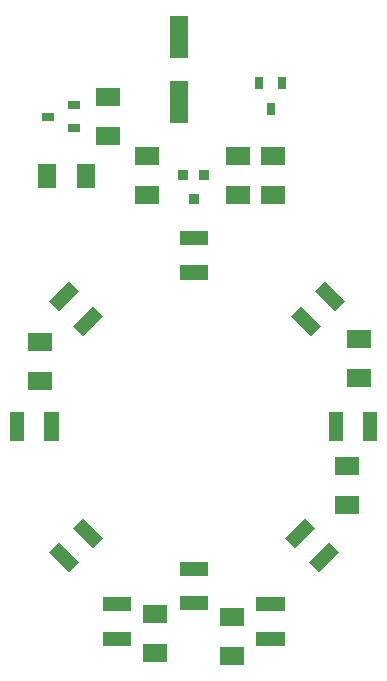
<source format=gtp>
G04 (created by PCBNEW (2013-07-07 BZR 4022)-stable) date 7.12.2014. 23:29:36*
%MOIN*%
G04 Gerber Fmt 3.4, Leading zero omitted, Abs format*
%FSLAX34Y34*%
G01*
G70*
G90*
G04 APERTURE LIST*
%ADD10C,0.00590551*%
%ADD11R,0.0394X0.0315*%
%ADD12R,0.0315X0.0394*%
%ADD13R,0.08X0.06*%
%ADD14R,0.06X0.08*%
%ADD15R,0.036X0.036*%
%ADD16R,0.063X0.1417*%
G04 APERTURE END LIST*
G54D10*
G54D11*
X12362Y-10531D03*
X13228Y-10156D03*
X13228Y-10906D03*
G54D12*
X19783Y-10275D03*
X19408Y-9409D03*
X20158Y-9409D03*
G54D13*
X14370Y-9881D03*
X14370Y-11181D03*
X22342Y-23484D03*
X22342Y-22184D03*
X15944Y-28405D03*
X15944Y-27105D03*
X22736Y-19252D03*
X22736Y-17952D03*
X18503Y-27204D03*
X18503Y-28504D03*
X12106Y-18050D03*
X12106Y-19350D03*
X19881Y-13150D03*
X19881Y-11850D03*
X18700Y-13150D03*
X18700Y-11850D03*
X15649Y-13150D03*
X15649Y-11850D03*
G54D14*
X13642Y-12500D03*
X12342Y-12500D03*
G54D10*
G36*
X16751Y-14350D02*
X17696Y-14350D01*
X17696Y-14822D01*
X16751Y-14822D01*
X16751Y-14350D01*
X16751Y-14350D01*
G37*
G36*
X16751Y-15492D02*
X17696Y-15492D01*
X17696Y-15964D01*
X16751Y-15964D01*
X16751Y-15492D01*
X16751Y-15492D01*
G37*
G36*
X20256Y-24566D02*
X20924Y-23898D01*
X21258Y-24232D01*
X20590Y-24900D01*
X20256Y-24566D01*
X20256Y-24566D01*
G37*
G36*
X21063Y-25373D02*
X21732Y-24705D01*
X22066Y-25039D01*
X21398Y-25707D01*
X21063Y-25373D01*
X21063Y-25373D01*
G37*
G36*
X13050Y-25707D02*
X12382Y-25039D01*
X12716Y-24705D01*
X13384Y-25373D01*
X13050Y-25707D01*
X13050Y-25707D01*
G37*
G36*
X13858Y-24900D02*
X13189Y-24232D01*
X13524Y-23898D01*
X14192Y-24566D01*
X13858Y-24900D01*
X13858Y-24900D01*
G37*
G36*
X14192Y-26555D02*
X15137Y-26555D01*
X15137Y-27027D01*
X14192Y-27027D01*
X14192Y-26555D01*
X14192Y-26555D01*
G37*
G36*
X14192Y-27696D02*
X15137Y-27696D01*
X15137Y-28169D01*
X14192Y-28169D01*
X14192Y-27696D01*
X14192Y-27696D01*
G37*
G36*
X12716Y-20393D02*
X12716Y-21338D01*
X12244Y-21338D01*
X12244Y-20393D01*
X12716Y-20393D01*
X12716Y-20393D01*
G37*
G36*
X11574Y-20393D02*
X11574Y-21338D01*
X11102Y-21338D01*
X11102Y-20393D01*
X11574Y-20393D01*
X11574Y-20393D01*
G37*
G36*
X21732Y-21338D02*
X21732Y-20393D01*
X22204Y-20393D01*
X22204Y-21338D01*
X21732Y-21338D01*
X21732Y-21338D01*
G37*
G36*
X22874Y-21338D02*
X22874Y-20393D01*
X23346Y-20393D01*
X23346Y-21338D01*
X22874Y-21338D01*
X22874Y-21338D01*
G37*
G36*
X21594Y-16024D02*
X22263Y-16692D01*
X21928Y-17026D01*
X21260Y-16358D01*
X21594Y-16024D01*
X21594Y-16024D01*
G37*
G36*
X20787Y-16831D02*
X21455Y-17499D01*
X21121Y-17833D01*
X20453Y-17165D01*
X20787Y-16831D01*
X20787Y-16831D01*
G37*
G36*
X19311Y-26555D02*
X20255Y-26555D01*
X20255Y-27027D01*
X19311Y-27027D01*
X19311Y-26555D01*
X19311Y-26555D01*
G37*
G36*
X19311Y-27696D02*
X20255Y-27696D01*
X20255Y-28169D01*
X19311Y-28169D01*
X19311Y-27696D01*
X19311Y-27696D01*
G37*
G36*
X16751Y-25374D02*
X17696Y-25374D01*
X17696Y-25846D01*
X16751Y-25846D01*
X16751Y-25374D01*
X16751Y-25374D01*
G37*
G36*
X16751Y-26515D02*
X17696Y-26515D01*
X17696Y-26988D01*
X16751Y-26988D01*
X16751Y-26515D01*
X16751Y-26515D01*
G37*
G36*
X14192Y-17165D02*
X13524Y-17833D01*
X13189Y-17499D01*
X13858Y-16831D01*
X14192Y-17165D01*
X14192Y-17165D01*
G37*
G36*
X13384Y-16358D02*
X12716Y-17026D01*
X12382Y-16692D01*
X13050Y-16024D01*
X13384Y-16358D01*
X13384Y-16358D01*
G37*
G54D15*
X16874Y-12493D03*
X17574Y-12493D03*
X17224Y-13293D03*
G54D16*
X16732Y-10039D03*
X16732Y-7873D03*
M02*

</source>
